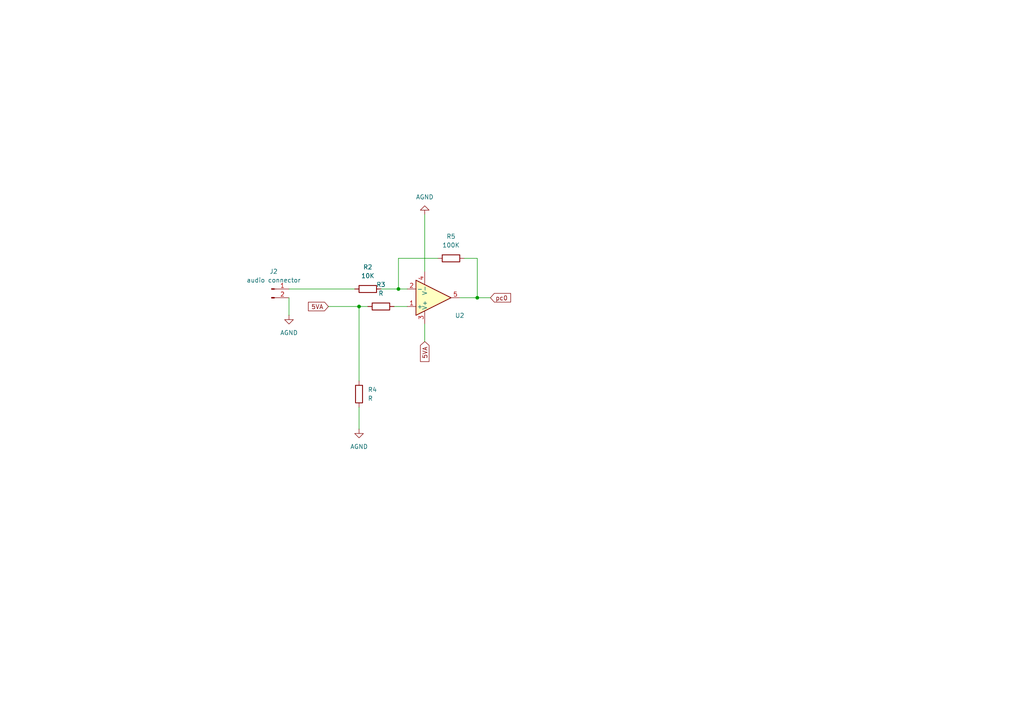
<source format=kicad_sch>
(kicad_sch (version 20250114) (generator "eeschema") (generator_version "9.0")
  (paper "A4")
  (lib_symbols
    (symbol "Connector:Conn_01x02_Pin" (pin_names (offset 1.016) (hide yes))
      (property "Reference" "J" (at 0 2.54 0))
      (property "Value" "Conn_01x02_Pin" (at 0 -5.08 0))
      (symbol "Conn_01x02_Pin_1_1"
        (rectangle (start 0.8636 0.127) (end 0 -0.127) (stroke (width 0.1524)) (fill (type outline)))
        (rectangle (start 0.8636 -2.413) (end 0 -2.667) (stroke (width 0.1524)) (fill (type outline)))
        (polyline (pts (xy 1.27 0) (xy 0.8636 0)) (stroke (width 0.1524)))
        (polyline (pts (xy 1.27 -2.54) (xy 0.8636 -2.54)) (stroke (width 0.1524)))
        (pin passive line (at 5.08 0 180) (length 3.81) (name "Pin_1") (number "1"))
        (pin passive line (at 5.08 -2.54 180) (length 3.81) (name "Pin_2") (number "2"))
      )
    )
    (symbol "Device:R" (pin_numbers (hide yes)) (pin_names (offset 0))
      (property "Reference" "R" (at 2.032 0 90))
      (property "Value" "R" (at 0 0 90))
      (symbol "R_0_1"
        (rectangle (start -1.016 -2.54) (end 1.016 2.54) (stroke (width 0.254)))
      )
      (symbol "R_1_1"
        (pin passive line (at 0 3.81 270) (length 1.27) (name "~") (number "1"))
        (pin passive line (at 0 -3.81 90) (length 1.27) (name "~") (number "2"))
      )
    )
    (symbol "Simulation_SPICE:OPAMP" (pin_names (offset 0.254))
      (property "Reference" "U" (at 3.81 3.175 0))
      (property "Value" "${SIM.PARAMS}" (at 3.81 -3.175 0))
      (symbol "OPAMP_0_1"
        (polyline (pts (xy 5.08 0) (xy -5.08 5.08) (xy -5.08 -5.08) (xy 5.08 0)) (stroke (width 0.254)) (fill (type background)))
      )
      (symbol "OPAMP_1_1"
        (pin input line (at -7.62 2.54 0) (length 2.54) (name "+") (number "1"))
        (pin input line (at -7.62 -2.54 0) (length 2.54) (name "-") (number "2"))
        (pin power_in line (at -2.54 7.62 270) (length 3.81) (name "V+") (number "3"))
        (pin power_in line (at -2.54 -7.62 90) (length 3.81) (name "V-") (number "4"))
        (pin output line (at 7.62 0 180) (length 2.54) (name "~") (number "5"))
      )
    )
    (symbol "power:GND" (power) (pin_numbers (hide yes)) (pin_names (offset 0) (hide yes))
      (property "Value" "GND" (at 0 -3.81 0))
      (symbol "GND_0_1"
        (polyline (pts (xy 0 0) (xy 0 -1.27) (xy 1.27 -1.27) (xy 0 -2.54) (xy -1.27 -1.27) (xy 0 -1.27)))
      )
      (symbol "GND_1_1"
        (pin power_in line (at 0 0 270) (length 0) (name "~") (number "1"))
      )
    )
  )
  (junction (at 115.57 83.82))
  (junction (at 104.14 88.9))
  (junction (at 138.43 86.36))
  (wire (pts (xy 123.19 99.06) (xy 123.19 93.98)))
  (wire (pts (xy 133.35 86.36) (xy 138.43 86.36)))
  (wire (pts (xy 106.68 88.9) (xy 104.14 88.9)))
  (wire (pts (xy 104.14 88.9) (xy 104.14 110.49)))
  (wire (pts (xy 95.25 88.9) (xy 104.14 88.9)))
  (wire (pts (xy 138.43 86.36) (xy 142.24 86.36)))
  (wire (pts (xy 115.57 74.93) (xy 115.57 83.82)))
  (wire (pts (xy 123.19 78.74) (xy 123.19 62.23)))
  (wire (pts (xy 83.82 86.36) (xy 83.82 91.44)))
  (wire (pts (xy 134.62 74.93) (xy 138.43 74.93)))
  (wire (pts (xy 83.82 83.82) (xy 102.87 83.82)))
  (wire (pts (xy 110.49 83.82) (xy 115.57 83.82)))
  (wire (pts (xy 138.43 74.93) (xy 138.43 86.36)))
  (wire (pts (xy 127 74.93) (xy 115.57 74.93)))
  (wire (pts (xy 115.57 83.82) (xy 118.11 83.82)))
  (wire (pts (xy 104.14 118.11) (xy 104.14 124.46)))
  (wire (pts (xy 114.3 88.9) (xy 118.11 88.9)))
  (global_label "5VA" (shape input) (at 123.19 99.06 270) (property "Intersheetrefs" "${INTERSHEET_REFS}" (effects (hide yes))))
  (global_label "pc0" (shape input) (at 142.24 86.36 0) (property "Intersheetrefs" "${INTERSHEET_REFS}" (effects (hide yes))))
  (global_label "5VA" (shape input) (at 95.25 88.9 180) (property "Intersheetrefs" "${INTERSHEET_REFS}" (effects (hide yes))))
  (symbol (lib_id "power:GND") (at 83.82 91.44 0) (unit 1)
    (property "Reference" "#PWR06" (effects (hide yes)))
    (property "Value" "AGND" (at 83.82 96.52 0))
    (property "Description" "Power symbol creates a global label with name \"GND\" , ground" (effects (hide yes)))
  )
  (symbol (lib_id "Device:R") (at 130.81 74.93 270) (unit 1)
    (property "Reference" "R5" (at 130.81 68.58 90))
    (property "Value" "100K" (at 130.81 71.12 90))
    (property "Description" "Resistor" (effects (hide yes)))
  )
  (symbol (lib_id "Connector:Conn_01x02_Pin") (at 78.74 83.82 0) (unit 1)
    (property "Reference" "J2" (at 79.375 78.74 0))
    (property "Value" "audio connector" (at 79.375 81.28 0))
    (property "Description" "Generic connector, single row, 01x02, script generated" (effects (hide yes)))
  )
  (symbol (lib_id "Device:R") (at 106.68 83.82 90) (unit 1)
    (property "Reference" "R2" (at 106.68 77.47 90))
    (property "Value" "10K" (at 106.68 80.01 90))
    (property "Description" "Resistor" (effects (hide yes)))
  )
  (symbol (lib_id "Device:R") (at 110.49 88.9 270) (unit 1)
    (property "Reference" "R3" (at 110.49 82.55 90))
    (property "Value" "R" (at 110.49 85.09 90))
    (property "Description" "Resistor" (effects (hide yes)))
  )
  (symbol (lib_id "Simulation_SPICE:OPAMP") (at 125.73 86.36 0) (mirror x) (unit 1)
    (property "Reference" "U2" (at 133.35 91.5102 0))
    (property "Value" "${SIM.PARAMS}" (at 133.35 89.6051 0))
    (property "Datasheet" "https://ngspice.sourceforge.io/docs/ngspice-html-manual/manual.xhtml#sec__SUBCKT_Subcircuits" (effects (hide yes)))
    (property "Description" "Operational amplifier, single" (effects (hide yes)))
    (property "Sim.Pins" "1=in+ 2=in- 3=vcc 4=vee 5=out" (effects (hide yes)))
    (property "Sim.Device" "SUBCKT" (effects (hide yes)))
    (property "Sim.Library" "${KICAD9_SYMBOL_DIR}/Simulation_SPICE.sp" (effects (hide yes)))
    (property "Sim.Name" "kicad_builtin_opamp" (effects (hide yes)))
  )
  (symbol (lib_id "power:GND") (at 104.14 124.46 0) (unit 1)
    (property "Reference" "#PWR07" (effects (hide yes)))
    (property "Value" "AGND" (at 104.14 129.54 0))
    (property "Description" "Power symbol creates a global label with name \"GND\" , ground" (effects (hide yes)))
  )
  (symbol (lib_id "power:GND") (at 123.19 62.23 0) (mirror x) (unit 1)
    (property "Reference" "#PWR05" (effects (hide yes)))
    (property "Value" "AGND" (at 123.19 57.15 0))
    (property "Description" "Power symbol creates a global label with name \"GND\" , ground" (effects (hide yes)))
  )
  (symbol (lib_id "Device:R") (at 104.14 114.3 180) (unit 1)
    (property "Reference" "R4" (at 106.68 113.0299 0) (effects (justify right)))
    (property "Value" "R" (at 106.68 115.5699 0) (effects (justify right)))
    (property "Description" "Resistor" (effects (hide yes)))
  )
)
</source>
